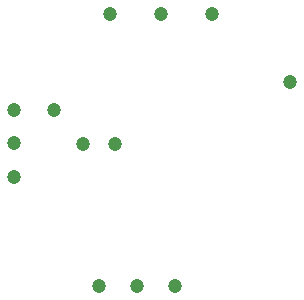
<source format=gbp>
G04 Layer_Color=128*
%FSLAX25Y25*%
%MOIN*%
G70*
G01*
G75*
%ADD42C,0.04724*%
D42*
X134200Y-32600D02*
D03*
X100450D02*
D03*
X117325D02*
D03*
X81600Y-64375D02*
D03*
X68400D02*
D03*
Y-75650D02*
D03*
Y-86925D02*
D03*
X122100Y-123100D02*
D03*
X160200Y-55300D02*
D03*
X109367Y-123100D02*
D03*
X96633D02*
D03*
X101900Y-76000D02*
D03*
X91400D02*
D03*
M02*

</source>
